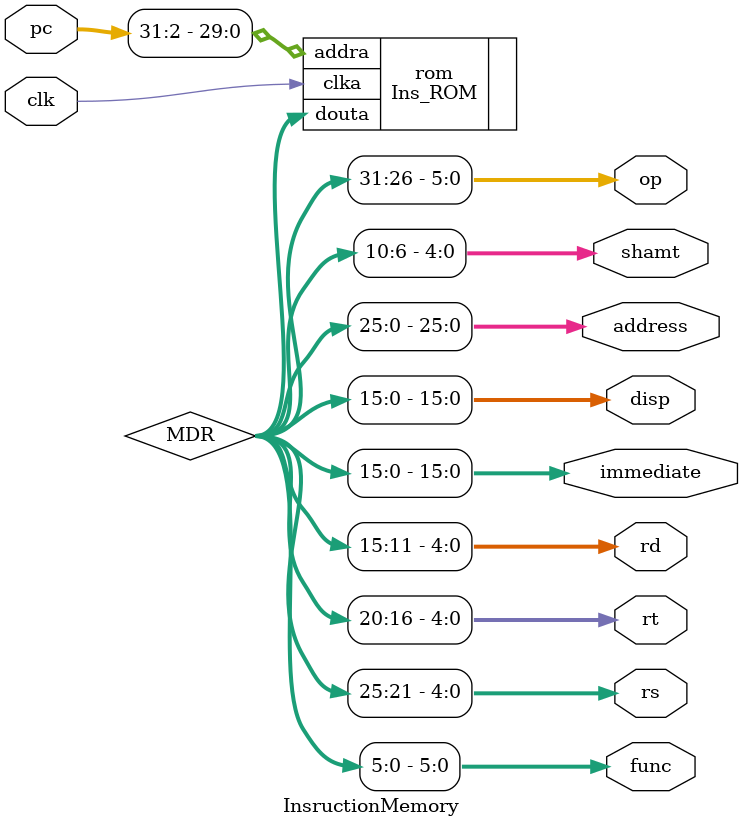
<source format=v>
`timescale 1ns / 1ps


module InsructionMemory(pc,op,func,rs,rt,rd,immediate,disp,address,shamt,clk);
     input [31:0] pc;
     //input WritePC;
     input clk;
    // input InsMemRW,
	 output wire [5:0]op;
	 output wire [5:0]func;
	 output wire [4:0] rs, rt, rd;
	 output wire [15:0] immediate,disp;
	 output wire [25:0] address;
	 output wire [4:0]shamt;

     // wire [4:0]Address;
     wire [31:0]MDR;
   
	 
	// assign Address=pc[6:2];

	 	 
     Ins_ROM rom(.addra(pc[31:2]),.clka(clk),.douta(MDR));
 
       assign  op = MDR[31:26];
       assign func=MDR[5:0];
       assign   rd = MDR[15:11];
       assign   rs =MDR[25:21];
       assign  rt = MDR[20:16];
       assign  immediate = MDR[15:0];
       assign  disp=MDR[15:0];
       assign  address = MDR[25:0];  
       assign shamt=MDR[10:6];
  
  

	  
 	 
endmodule
 /*
	 wire [31:0] mem[0:21];
	 
	 assign mem[0] = 32'h00000000;
    // addi  $1,$0,8
	 assign mem[1] = 32'h14200008;
	 // add  $2,$0,12
	 assign mem[2] = 32'h0c40000c;
	 // ori  $3,$0,$2
	 assign mem[3] = 32'h10601000;
	 // bne  $4,$0,5£¨×ª02C£©
	 assign mem[4] = 32'h2c800005;
	 // sub  $4,$2,$1
	 assign mem[5] = 32'h18820800;
	 // and  $5,$1,$2
	 assign mem[6] = 32'h00a11000;
	 // or  $6,$1,$2 
	 assign mem[7] = 32'h08c11000;
	 // slt  $7,$1,$2
	 assign mem[8] = 32'h30e11000;
	 // beq  $1,$1,1(×ª)
	 assign mem[9] = 32'h28210001;
	 // j -6(×ª014)
	 assign mem[10] = 32'h34008006;
	 // lw $8 0($0)
	 assign mem[11] = 32'h21000000;
	 // sw $0 0($0)
	 assign mem[12] = 32'h24000000;
	 //sw $1 0($1)  
	 assign mem[13] = 32'h24210000;
	 //sw $2 0($2)
	 assign mem[14] = 32'h24420000;
	 //sw $3 0($3)
	 assign mem[15] = 32'h24630000;
	 // sw $4 0($4)
     assign mem[16] = 32'h24840000;
     // sw $5 0($5)
     assign mem[17] = 32'h24a50000;    
     // sw $6 0($6)
     assign mem[18] = 32'h24c60000;         
	 // sw $7 0($7)
     assign mem[19] = 32'h24e70000;
     // sw $8 0($8)
     assign mem[20] = 32'h25080000;    
     //halt
     assign mem[21] = 32'hfc000000;          
	 // output
	 assign op = mem[pc[6:2]][31:26];
	 assign rd = mem[pc[6:2]][25:21];
	 assign rs = op[3:1]==3'b101 ? mem[pc[6:2]][25:21]:mem[pc[6:2]][20:16];
	 assign rt = op[3:1]==3'b101 ? mem[pc[6:2]][20:16]:mem[pc[6:2]][15:11];
	 assign immediate = mem[pc[6:2]][15:0];
	 assign disp = mem[pc[6:2]][15:0];
 
endmodule
*/
</source>
